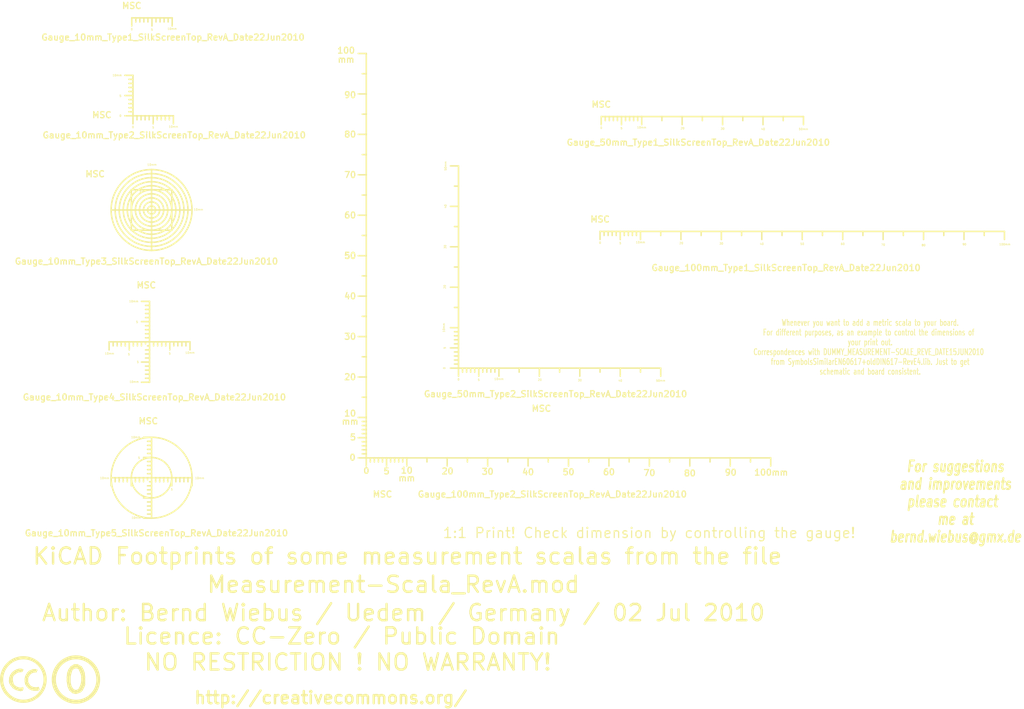
<source format=kicad_pcb>
(kicad_pcb (version 3) (host pcbnew "(2013-03-30 BZR 4007)-stable")

  (general
    (links 0)
    (no_connects 0)
    (area -15.40696 -31.671484 265.544301 197.6694)
    (thickness 1.6002)
    (drawings 8)
    (tracks 0)
    (zones 0)
    (modules 11)
    (nets 1)
  )

  (page A4)
  (layers
    (15 Vorderseite signal)
    (0 Rückseite signal)
    (16 B.Adhes user)
    (17 F.Adhes user)
    (18 B.Paste user)
    (19 F.Paste user)
    (20 B.SilkS user)
    (21 F.SilkS user)
    (22 B.Mask user)
    (23 F.Mask user)
    (24 Dwgs.User user)
    (25 Cmts.User user)
    (26 Eco1.User user)
    (27 Eco2.User user)
    (28 Edge.Cuts user)
  )

  (setup
    (last_trace_width 0.2032)
    (trace_clearance 0.254)
    (zone_clearance 0.508)
    (zone_45_only no)
    (trace_min 0.2032)
    (segment_width 0.381)
    (edge_width 0.381)
    (via_size 0.889)
    (via_drill 0.635)
    (via_min_size 0.889)
    (via_min_drill 0.508)
    (uvia_size 0.508)
    (uvia_drill 0.127)
    (uvias_allowed no)
    (uvia_min_size 0.508)
    (uvia_min_drill 0.127)
    (pcb_text_width 0.3048)
    (pcb_text_size 1.524 2.032)
    (mod_edge_width 0.381)
    (mod_text_size 1.524 1.524)
    (mod_text_width 0.3048)
    (pad_size 1.524 1.524)
    (pad_drill 0.8128)
    (pad_to_mask_clearance 0.254)
    (aux_axis_origin 0 0)
    (visible_elements 7FFFFFFF)
    (pcbplotparams
      (layerselection 3178497)
      (usegerberextensions true)
      (excludeedgelayer true)
      (linewidth 60)
      (plotframeref false)
      (viasonmask false)
      (mode 1)
      (useauxorigin false)
      (hpglpennumber 1)
      (hpglpenspeed 20)
      (hpglpendiameter 15)
      (hpglpenoverlay 0)
      (psnegative false)
      (psa4output false)
      (plotreference true)
      (plotvalue true)
      (plotothertext true)
      (plotinvisibletext false)
      (padsonsilk false)
      (subtractmaskfromsilk false)
      (outputformat 1)
      (mirror false)
      (drillshape 1)
      (scaleselection 1)
      (outputdirectory ""))
  )

  (net 0 "")

  (net_class Default "Dies ist die voreingestellte Netzklasse."
    (clearance 0.254)
    (trace_width 0.2032)
    (via_dia 0.889)
    (via_drill 0.635)
    (uvia_dia 0.508)
    (uvia_drill 0.127)
    (add_net "")
  )

  (module Gauge_10mm_Type1_SilkScreenTop_RevA_Date22Jun2010 (layer Vorderseite) (tedit 4DA62A6D) (tstamp 4DA62980)
    (at 49.29886 24.89962)
    (descr "Gauge, Massstab, 10mm, SilkScreenTop, Type 1,")
    (tags "Gauge, Massstab, 10mm, SilkScreenTop, Type 1,")
    (path Gauge_10mm_Type1_SilkScreenTop_RevA_Date22Jun2010)
    (fp_text reference MSC (at 0 -2.99974) (layer F.SilkS)
      (effects (font (size 1.524 1.524) (thickness 0.3048)))
    )
    (fp_text value Gauge_10mm_Type1_SilkScreenTop_RevA_Date22Jun2010 (at 10.20064 4.8006) (layer F.SilkS)
      (effects (font (size 1.524 1.524) (thickness 0.3048)))
    )
    (fp_text user 5 (at 4.99872 2.90068) (layer F.SilkS)
      (effects (font (size 0.50038 0.50038) (thickness 0.09906)))
    )
    (fp_text user 0 (at 0 2.79908) (layer F.SilkS)
      (effects (font (size 0.50038 0.50038) (thickness 0.09906)))
    )
    (fp_text user 10mm (at 9.99998 2.70002) (layer F.SilkS)
      (effects (font (size 0.50038 0.50038) (thickness 0.09906)))
    )
    (fp_line (start 8.99922 0) (end 8.99922 1.00076) (layer F.SilkS) (width 0.381))
    (fp_line (start 8.001 0) (end 8.001 1.00076) (layer F.SilkS) (width 0.381))
    (fp_line (start 7.00024 0) (end 7.00024 1.00076) (layer F.SilkS) (width 0.381))
    (fp_line (start 5.99948 0) (end 5.99948 1.00076) (layer F.SilkS) (width 0.381))
    (fp_line (start 4.0005 0) (end 4.0005 1.00076) (layer F.SilkS) (width 0.381))
    (fp_line (start 2.99974 0) (end 2.99974 1.00076) (layer F.SilkS) (width 0.381))
    (fp_line (start 1.99898 0) (end 1.99898 1.00076) (layer F.SilkS) (width 0.381))
    (fp_line (start 1.00076 0) (end 1.00076 1.00076) (layer F.SilkS) (width 0.381))
    (fp_line (start 5.00126 0) (end 5.00126 1.99898) (layer F.SilkS) (width 0.381))
    (fp_line (start 0 0) (end 0 1.99898) (layer F.SilkS) (width 0.381))
    (fp_line (start 0 0) (end 9.99998 0) (layer F.SilkS) (width 0.381))
    (fp_line (start 9.99998 0) (end 9.99998 1.99898) (layer F.SilkS) (width 0.381))
  )

  (module Gauge_10mm_Type2_SilkScreenTop_RevA_Date22Jun2010 (layer Vorderseite) (tedit 4DA62A7D) (tstamp 4DA6298A)
    (at 49.60112 49.10074)
    (descr "Gauge, Massstab, 10mm, SilkScreenTop, Type 2,")
    (tags "Gauge, Massstab, 10mm, SilkScreenTop, Type 2,")
    (path Gauge_10mm_Type2_SilkScreenTop_RevA_Date22Jun2010)
    (fp_text reference MSC (at -7.69874 -0.20066) (layer F.SilkS)
      (effects (font (size 1.524 1.524) (thickness 0.3048)))
    )
    (fp_text value Gauge_10mm_Type2_SilkScreenTop_RevA_Date22Jun2010 (at 10.20064 4.8006) (layer F.SilkS)
      (effects (font (size 1.524 1.524) (thickness 0.3048)))
    )
    (fp_text user 10mm (at -3.90144 -9.99998) (layer F.SilkS)
      (effects (font (size 0.50038 0.50038) (thickness 0.09906)))
    )
    (fp_text user 5 (at -3.10134 -4.89966) (layer F.SilkS)
      (effects (font (size 0.50038 0.50038) (thickness 0.09906)))
    )
    (fp_text user 0 (at -3.10134 0) (layer F.SilkS)
      (effects (font (size 0.50038 0.50038) (thickness 0.09906)))
    )
    (fp_line (start 0 -8.99922) (end -1.00076 -8.99922) (layer F.SilkS) (width 0.381))
    (fp_line (start 0 -8.001) (end -1.00076 -8.001) (layer F.SilkS) (width 0.381))
    (fp_line (start 0 -7.00024) (end -1.00076 -7.00024) (layer F.SilkS) (width 0.381))
    (fp_line (start 0 -5.99948) (end -1.00076 -5.99948) (layer F.SilkS) (width 0.381))
    (fp_line (start 0 -4.0005) (end -1.00076 -4.0005) (layer F.SilkS) (width 0.381))
    (fp_line (start 0 -2.99974) (end -1.00076 -2.99974) (layer F.SilkS) (width 0.381))
    (fp_line (start 0 -1.99898) (end -1.00076 -1.99898) (layer F.SilkS) (width 0.381))
    (fp_line (start 0 -1.00076) (end -1.00076 -1.00076) (layer F.SilkS) (width 0.381))
    (fp_line (start 0 -5.00126) (end -1.99898 -5.00126) (layer F.SilkS) (width 0.381))
    (fp_line (start 0 0) (end -1.99898 0) (layer F.SilkS) (width 0.381))
    (fp_line (start 0 -9.99998) (end -1.99898 -9.99998) (layer F.SilkS) (width 0.381))
    (fp_line (start 0 0) (end 0 -9.99998) (layer F.SilkS) (width 0.381))
    (fp_text user 5 (at 4.99872 2.90068) (layer F.SilkS)
      (effects (font (size 0.50038 0.50038) (thickness 0.09906)))
    )
    (fp_text user 0 (at 0 2.79908) (layer F.SilkS)
      (effects (font (size 0.50038 0.50038) (thickness 0.09906)))
    )
    (fp_text user 10mm (at 9.99998 2.70002) (layer F.SilkS)
      (effects (font (size 0.50038 0.50038) (thickness 0.09906)))
    )
    (fp_line (start 8.99922 0) (end 8.99922 1.00076) (layer F.SilkS) (width 0.381))
    (fp_line (start 8.001 0) (end 8.001 1.00076) (layer F.SilkS) (width 0.381))
    (fp_line (start 7.00024 0) (end 7.00024 1.00076) (layer F.SilkS) (width 0.381))
    (fp_line (start 5.99948 0) (end 5.99948 1.00076) (layer F.SilkS) (width 0.381))
    (fp_line (start 4.0005 0) (end 4.0005 1.00076) (layer F.SilkS) (width 0.381))
    (fp_line (start 2.99974 0) (end 2.99974 1.00076) (layer F.SilkS) (width 0.381))
    (fp_line (start 1.99898 0) (end 1.99898 1.00076) (layer F.SilkS) (width 0.381))
    (fp_line (start 1.00076 0) (end 1.00076 1.00076) (layer F.SilkS) (width 0.381))
    (fp_line (start 5.00126 0) (end 5.00126 1.99898) (layer F.SilkS) (width 0.381))
    (fp_line (start 0 0) (end 0 1.99898) (layer F.SilkS) (width 0.381))
    (fp_line (start 0 0) (end 9.99998 0) (layer F.SilkS) (width 0.381))
    (fp_line (start 9.99998 0) (end 9.99998 1.99898) (layer F.SilkS) (width 0.381))
  )

  (module Gauge_10mm_Type3_SilkScreenTop_RevA_Date22Jun2010 (layer Vorderseite) (tedit 4DA62A8B) (tstamp 4DA62995)
    (at 54.20106 72.40016)
    (descr "Gauge, Massstab, 10mm, SilkScreenTop, Type 3,")
    (tags "Gauge, Massstab, 10mm, SilkScreenTop, Type 3,")
    (path Gauge_10mm_Type3_SilkScreenTop_RevA_Date22Jun2010)
    (fp_text reference MSC (at -13.97 -8.89) (layer F.SilkS)
      (effects (font (size 1.524 1.524) (thickness 0.3048)))
    )
    (fp_text value Gauge_10mm_Type3_SilkScreenTop_RevA_Date22Jun2010 (at -1.27 12.7) (layer F.SilkS)
      (effects (font (size 1.524 1.524) (thickness 0.3048)))
    )
    (fp_line (start 5.00126 0) (end 5.00126 5.00126) (layer F.SilkS) (width 0.381))
    (fp_line (start 5.00126 5.00126) (end 0 5.00126) (layer F.SilkS) (width 0.381))
    (fp_line (start 0 5.00126) (end -5.00126 5.00126) (layer F.SilkS) (width 0.381))
    (fp_line (start -5.00126 5.00126) (end -5.00126 0) (layer F.SilkS) (width 0.381))
    (fp_line (start 0 -5.00126) (end 5.00126 -5.00126) (layer F.SilkS) (width 0.381))
    (fp_line (start 5.00126 -5.00126) (end 5.00126 0) (layer F.SilkS) (width 0.381))
    (fp_line (start 0 -5.00126) (end -5.00126 -5.00126) (layer F.SilkS) (width 0.381))
    (fp_line (start -5.00126 -5.00126) (end -5.00126 0) (layer F.SilkS) (width 0.381))
    (fp_line (start 0 1.99898) (end 0 9.99998) (layer F.SilkS) (width 0.381))
    (fp_line (start -1.99898 0) (end -9.99998 0) (layer F.SilkS) (width 0.381))
    (fp_circle (center 0 0) (end 0 -1.00076) (layer F.SilkS) (width 0.381))
    (fp_circle (center 0 0) (end 0 -1.99898) (layer F.SilkS) (width 0.381))
    (fp_circle (center 0 0) (end 0 -2.99974) (layer F.SilkS) (width 0.381))
    (fp_circle (center 0 0) (end 0 -4.0005) (layer F.SilkS) (width 0.381))
    (fp_circle (center 0 0) (end 0 -5.99948) (layer F.SilkS) (width 0.381))
    (fp_circle (center 0 0) (end 0 -7.00024) (layer F.SilkS) (width 0.381))
    (fp_circle (center 0 0) (end 0 -8.001) (layer F.SilkS) (width 0.381))
    (fp_circle (center 0 0) (end 0 -8.99922) (layer F.SilkS) (width 0.381))
    (fp_circle (center 0 0) (end 5.00126 0) (layer F.SilkS) (width 0.381))
    (fp_circle (center 0 0) (end 9.99998 0) (layer F.SilkS) (width 0.381))
    (fp_text user 10mm (at 0.09906 -11.19886) (layer F.SilkS)
      (effects (font (size 0.50038 0.50038) (thickness 0.09906)))
    )
    (fp_text user 5 (at -2.79908 -4.699) (layer F.SilkS)
      (effects (font (size 0.50038 0.50038) (thickness 0.09906)))
    )
    (fp_line (start 0 0) (end -1.99898 0) (layer F.SilkS) (width 0.381))
    (fp_line (start 0 0) (end 0 -9.99998) (layer F.SilkS) (width 0.381))
    (fp_text user 10mm (at 11.60018 -0.09906) (layer F.SilkS)
      (effects (font (size 0.50038 0.50038) (thickness 0.09906)))
    )
    (fp_line (start 0 0) (end 0 1.99898) (layer F.SilkS) (width 0.381))
    (fp_line (start 0 0) (end 9.99998 0) (layer F.SilkS) (width 0.381))
  )

  (module Gauge_10mm_Type4_SilkScreenTop_RevA_Date22Jun2010 (layer Vorderseite) (tedit 4DA62A9D) (tstamp 4DA629A0)
    (at 53.70068 105.00106)
    (descr "Gauge, Massstab, 10mm, SilkScreenTop, Type 4,")
    (tags "Gauge, Massstab, 10mm, SilkScreenTop, Type 4,")
    (path Gauge_10mm_Type4_SilkScreenTop_RevA_Date22Jun2010)
    (fp_text reference MSC (at -0.8001 -14.00048) (layer F.SilkS)
      (effects (font (size 1.524 1.524) (thickness 0.3048)))
    )
    (fp_text value Gauge_10mm_Type4_SilkScreenTop_RevA_Date22Jun2010 (at 1.19888 13.70076) (layer F.SilkS)
      (effects (font (size 1.524 1.524) (thickness 0.3048)))
    )
    (fp_text user 10mm (at -9.89838 2.90068) (layer F.SilkS)
      (effects (font (size 0.50038 0.50038) (thickness 0.09906)))
    )
    (fp_text user 10mm (at -3.79984 9.90092) (layer F.SilkS)
      (effects (font (size 0.50038 0.50038) (thickness 0.09906)))
    )
    (fp_text user 5 (at -5.10032 3.0988) (layer F.SilkS)
      (effects (font (size 0.50038 0.50038) (thickness 0.09906)))
    )
    (fp_text user 5 (at -2.90068 4.99872) (layer F.SilkS)
      (effects (font (size 0.50038 0.50038) (thickness 0.09906)))
    )
    (fp_line (start 0 8.99922) (end -1.00076 8.99922) (layer F.SilkS) (width 0.381))
    (fp_line (start 0 8.001) (end -1.00076 8.001) (layer F.SilkS) (width 0.381))
    (fp_line (start 0 7.00024) (end -1.00076 7.00024) (layer F.SilkS) (width 0.381))
    (fp_line (start 0 5.99948) (end -1.00076 5.99948) (layer F.SilkS) (width 0.381))
    (fp_line (start 0 4.0005) (end -1.00076 4.0005) (layer F.SilkS) (width 0.381))
    (fp_line (start 0 2.99974) (end -1.00076 2.99974) (layer F.SilkS) (width 0.381))
    (fp_line (start 0 1.99898) (end -1.00076 1.99898) (layer F.SilkS) (width 0.381))
    (fp_line (start -1.00076 0) (end -1.00076 0.50038) (layer F.SilkS) (width 0.381))
    (fp_line (start 0 1.00076) (end -0.50038 1.00076) (layer F.SilkS) (width 0.381))
    (fp_line (start 0 5.00126) (end -1.99898 5.00126) (layer F.SilkS) (width 0.381))
    (fp_line (start 0 1.99898) (end 0 9.99998) (layer F.SilkS) (width 0.381))
    (fp_line (start 0 9.99998) (end -1.99898 9.99998) (layer F.SilkS) (width 0.381))
    (fp_line (start -8.99922 0) (end -8.99922 1.00076) (layer F.SilkS) (width 0.381))
    (fp_line (start -8.001 0) (end -8.001 1.00076) (layer F.SilkS) (width 0.381))
    (fp_line (start -7.00024 0) (end -7.00024 1.00076) (layer F.SilkS) (width 0.381))
    (fp_line (start -5.99948 0) (end -5.99948 1.00076) (layer F.SilkS) (width 0.381))
    (fp_line (start -4.0005 0) (end -4.0005 1.00076) (layer F.SilkS) (width 0.381))
    (fp_line (start -2.99974 0) (end -2.99974 1.00076) (layer F.SilkS) (width 0.381))
    (fp_line (start -1.99898 0) (end -1.99898 1.00076) (layer F.SilkS) (width 0.381))
    (fp_line (start -5.00126 0) (end -5.00126 1.99898) (layer F.SilkS) (width 0.381))
    (fp_line (start -9.99998 0) (end -9.99998 1.99898) (layer F.SilkS) (width 0.381))
    (fp_line (start 0 0) (end -9.99998 0) (layer F.SilkS) (width 0.381))
    (fp_text user 10mm (at -3.90144 -9.99998) (layer F.SilkS)
      (effects (font (size 0.50038 0.50038) (thickness 0.09906)))
    )
    (fp_text user 5 (at -3.10134 -4.89966) (layer F.SilkS)
      (effects (font (size 0.50038 0.50038) (thickness 0.09906)))
    )
    (fp_line (start 0 -8.99922) (end -1.00076 -8.99922) (layer F.SilkS) (width 0.381))
    (fp_line (start 0 -8.001) (end -1.00076 -8.001) (layer F.SilkS) (width 0.381))
    (fp_line (start 0 -7.00024) (end -1.00076 -7.00024) (layer F.SilkS) (width 0.381))
    (fp_line (start 0 -5.99948) (end -1.00076 -5.99948) (layer F.SilkS) (width 0.381))
    (fp_line (start 0 -4.0005) (end -1.00076 -4.0005) (layer F.SilkS) (width 0.381))
    (fp_line (start 0 -2.99974) (end -1.00076 -2.99974) (layer F.SilkS) (width 0.381))
    (fp_line (start 0 -1.99898) (end -1.00076 -1.99898) (layer F.SilkS) (width 0.381))
    (fp_line (start 0 -1.00076) (end -1.00076 -1.00076) (layer F.SilkS) (width 0.381))
    (fp_line (start 0 -5.00126) (end -1.99898 -5.00126) (layer F.SilkS) (width 0.381))
    (fp_line (start 0 -9.99998) (end -1.99898 -9.99998) (layer F.SilkS) (width 0.381))
    (fp_line (start 0 0) (end 0 -9.99998) (layer F.SilkS) (width 0.381))
    (fp_text user 5 (at 4.99872 2.90068) (layer F.SilkS)
      (effects (font (size 0.50038 0.50038) (thickness 0.09906)))
    )
    (fp_text user 10mm (at 9.99998 2.70002) (layer F.SilkS)
      (effects (font (size 0.50038 0.50038) (thickness 0.09906)))
    )
    (fp_line (start 8.99922 0) (end 8.99922 1.00076) (layer F.SilkS) (width 0.381))
    (fp_line (start 8.001 0) (end 8.001 1.00076) (layer F.SilkS) (width 0.381))
    (fp_line (start 7.00024 0) (end 7.00024 1.00076) (layer F.SilkS) (width 0.381))
    (fp_line (start 5.99948 0) (end 5.99948 1.00076) (layer F.SilkS) (width 0.381))
    (fp_line (start 4.0005 0) (end 4.0005 1.00076) (layer F.SilkS) (width 0.381))
    (fp_line (start 2.99974 0) (end 2.99974 1.00076) (layer F.SilkS) (width 0.381))
    (fp_line (start 1.99898 0) (end 1.99898 1.00076) (layer F.SilkS) (width 0.381))
    (fp_line (start 1.00076 0) (end 1.00076 1.00076) (layer F.SilkS) (width 0.381))
    (fp_line (start 5.00126 0) (end 5.00126 1.99898) (layer F.SilkS) (width 0.381))
    (fp_line (start 0 0) (end 0 1.99898) (layer F.SilkS) (width 0.381))
    (fp_line (start 0 0) (end 9.99998 0) (layer F.SilkS) (width 0.381))
    (fp_line (start 9.99998 0) (end 9.99998 1.99898) (layer F.SilkS) (width 0.381))
  )

  (module Gauge_10mm_Type5_SilkScreenTop_RevA_Date22Jun2010 (layer Vorderseite) (tedit 4DA62AB2) (tstamp 4DA629AD)
    (at 54.20106 138.60018)
    (descr "Gauge, Massstab, 10mm, SilkScreenTop, Type 5,")
    (tags "Gauge, Massstab, 10mm, SilkScreenTop, Type 5,")
    (path Gauge_10mm_Type5_SilkScreenTop_RevA_Date22Jun2010)
    (fp_text reference MSC (at -0.8001 -14.00048) (layer F.SilkS)
      (effects (font (size 1.524 1.524) (thickness 0.3048)))
    )
    (fp_text value Gauge_10mm_Type5_SilkScreenTop_RevA_Date22Jun2010 (at 1.19888 13.70076) (layer F.SilkS)
      (effects (font (size 1.524 1.524) (thickness 0.3048)))
    )
    (fp_circle (center 0 0) (end 5.00126 0) (layer F.SilkS) (width 0.381))
    (fp_circle (center 0 0) (end 9.99998 0) (layer F.SilkS) (width 0.381))
    (fp_text user 10mm (at -11.60018 0.09906) (layer F.SilkS)
      (effects (font (size 0.50038 0.50038) (thickness 0.09906)))
    )
    (fp_text user 10mm (at -3.79984 9.90092) (layer F.SilkS)
      (effects (font (size 0.50038 0.50038) (thickness 0.09906)))
    )
    (fp_line (start 0 8.99922) (end -1.00076 8.99922) (layer F.SilkS) (width 0.381))
    (fp_line (start 0 8.001) (end -1.00076 8.001) (layer F.SilkS) (width 0.381))
    (fp_line (start 0 7.00024) (end -1.00076 7.00024) (layer F.SilkS) (width 0.381))
    (fp_line (start 0 5.99948) (end -1.00076 5.99948) (layer F.SilkS) (width 0.381))
    (fp_line (start 0 4.0005) (end -1.00076 4.0005) (layer F.SilkS) (width 0.381))
    (fp_line (start 0 2.99974) (end -1.00076 2.99974) (layer F.SilkS) (width 0.381))
    (fp_line (start 0 1.99898) (end -1.00076 1.99898) (layer F.SilkS) (width 0.381))
    (fp_line (start -1.00076 0) (end -1.00076 0.50038) (layer F.SilkS) (width 0.381))
    (fp_line (start 0 1.00076) (end -0.50038 1.00076) (layer F.SilkS) (width 0.381))
    (fp_line (start 0 5.00126) (end -1.99898 5.00126) (layer F.SilkS) (width 0.381))
    (fp_line (start 0 1.99898) (end 0 9.99998) (layer F.SilkS) (width 0.381))
    (fp_line (start 0 9.99998) (end -1.99898 9.99998) (layer F.SilkS) (width 0.381))
    (fp_line (start -8.99922 0) (end -8.99922 1.00076) (layer F.SilkS) (width 0.381))
    (fp_line (start -8.001 0) (end -8.001 1.00076) (layer F.SilkS) (width 0.381))
    (fp_line (start -7.00024 0) (end -7.00024 1.00076) (layer F.SilkS) (width 0.381))
    (fp_line (start -5.99948 0) (end -5.99948 1.00076) (layer F.SilkS) (width 0.381))
    (fp_line (start -4.0005 0) (end -4.0005 1.00076) (layer F.SilkS) (width 0.381))
    (fp_line (start -2.99974 0) (end -2.99974 1.00076) (layer F.SilkS) (width 0.381))
    (fp_line (start -1.99898 0) (end -1.99898 1.00076) (layer F.SilkS) (width 0.381))
    (fp_line (start -5.00126 0) (end -5.00126 1.99898) (layer F.SilkS) (width 0.381))
    (fp_line (start -9.99998 0) (end -9.99998 1.99898) (layer F.SilkS) (width 0.381))
    (fp_line (start 0 0) (end -9.99998 0) (layer F.SilkS) (width 0.381))
    (fp_text user 10mm (at -3.90144 -9.99998) (layer F.SilkS)
      (effects (font (size 0.50038 0.50038) (thickness 0.09906)))
    )
    (fp_text user 5 (at -3.10134 -4.89966) (layer F.SilkS)
      (effects (font (size 0.50038 0.50038) (thickness 0.09906)))
    )
    (fp_line (start 0 -8.99922) (end -1.00076 -8.99922) (layer F.SilkS) (width 0.381))
    (fp_line (start 0 -8.001) (end -1.00076 -8.001) (layer F.SilkS) (width 0.381))
    (fp_line (start 0 -7.00024) (end -1.00076 -7.00024) (layer F.SilkS) (width 0.381))
    (fp_line (start 0 -5.99948) (end -1.00076 -5.99948) (layer F.SilkS) (width 0.381))
    (fp_line (start 0 -4.0005) (end -1.00076 -4.0005) (layer F.SilkS) (width 0.381))
    (fp_line (start 0 -2.99974) (end -1.00076 -2.99974) (layer F.SilkS) (width 0.381))
    (fp_line (start 0 -1.99898) (end -1.00076 -1.99898) (layer F.SilkS) (width 0.381))
    (fp_line (start 0 -1.00076) (end -1.00076 -1.00076) (layer F.SilkS) (width 0.381))
    (fp_line (start 0 -5.00126) (end -1.99898 -5.00126) (layer F.SilkS) (width 0.381))
    (fp_line (start 0 -9.99998) (end -1.99898 -9.99998) (layer F.SilkS) (width 0.381))
    (fp_line (start 0 0) (end 0 -9.99998) (layer F.SilkS) (width 0.381))
    (fp_text user 5 (at 4.99872 2.90068) (layer F.SilkS)
      (effects (font (size 0.50038 0.50038) (thickness 0.09906)))
    )
    (fp_text user 10mm (at 11.8999 0.09906) (layer F.SilkS)
      (effects (font (size 0.50038 0.50038) (thickness 0.09906)))
    )
    (fp_line (start 8.99922 0) (end 8.99922 1.00076) (layer F.SilkS) (width 0.381))
    (fp_line (start 8.001 0) (end 8.001 1.00076) (layer F.SilkS) (width 0.381))
    (fp_line (start 7.00024 0) (end 7.00024 1.00076) (layer F.SilkS) (width 0.381))
    (fp_line (start 5.99948 0) (end 5.99948 1.00076) (layer F.SilkS) (width 0.381))
    (fp_line (start 4.0005 0) (end 4.0005 1.00076) (layer F.SilkS) (width 0.381))
    (fp_line (start 2.99974 0) (end 2.99974 1.00076) (layer F.SilkS) (width 0.381))
    (fp_line (start 1.99898 0) (end 1.99898 1.00076) (layer F.SilkS) (width 0.381))
    (fp_line (start 1.00076 0) (end 1.00076 1.00076) (layer F.SilkS) (width 0.381))
    (fp_line (start 5.00126 0) (end 5.00126 1.99898) (layer F.SilkS) (width 0.381))
    (fp_line (start 0 0) (end 0 1.99898) (layer F.SilkS) (width 0.381))
    (fp_line (start 0 0) (end 9.99998 0) (layer F.SilkS) (width 0.381))
    (fp_line (start 9.99998 0) (end 9.99998 1.99898) (layer F.SilkS) (width 0.381))
  )

  (module Gauge_50mm_Type1_SilkScreenTop_RevA_Date22Jun2010 (layer Vorderseite) (tedit 4DA62B02) (tstamp 4DA629CE)
    (at 165.39972 49.29886)
    (descr "Gauge, Massstab, 50mm, SilkScreenTop, Type 1,")
    (tags "Gauge, Massstab, 50mm, SilkScreenTop, Type 1,")
    (path Gauge_50mm_Type1_SilkScreenTop_RevA_Date22Jun2010)
    (fp_text reference MSC (at 0 -2.99974) (layer F.SilkS)
      (effects (font (size 1.524 1.524) (thickness 0.3048)))
    )
    (fp_text value Gauge_50mm_Type1_SilkScreenTop_RevA_Date22Jun2010 (at 24.00046 6.4008) (layer F.SilkS)
      (effects (font (size 1.524 1.524) (thickness 0.3048)))
    )
    (fp_line (start 9.99998 0) (end 49.9999 0) (layer F.SilkS) (width 0.381))
    (fp_text user 50mm (at 49.9999 3.10134) (layer F.SilkS)
      (effects (font (size 0.50038 0.50038) (thickness 0.09906)))
    )
    (fp_text user 40 (at 39.99992 3.10134) (layer F.SilkS)
      (effects (font (size 0.50038 0.50038) (thickness 0.09906)))
    )
    (fp_text user 30 (at 29.99994 2.99974) (layer F.SilkS)
      (effects (font (size 0.50038 0.50038) (thickness 0.09906)))
    )
    (fp_text user 20 (at 20.09902 2.90068) (layer F.SilkS)
      (effects (font (size 0.50038 0.50038) (thickness 0.09906)))
    )
    (fp_line (start 49.9999 0) (end 49.9999 1.99898) (layer F.SilkS) (width 0.381))
    (fp_line (start 45.00118 0) (end 45.00118 1.00076) (layer F.SilkS) (width 0.381))
    (fp_line (start 39.99992 0) (end 39.99992 1.99898) (layer F.SilkS) (width 0.381))
    (fp_line (start 35.0012 0) (end 35.0012 1.00076) (layer F.SilkS) (width 0.381))
    (fp_line (start 29.99994 0) (end 29.99994 1.99898) (layer F.SilkS) (width 0.381))
    (fp_line (start 25.00122 0) (end 25.00122 1.00076) (layer F.SilkS) (width 0.381))
    (fp_line (start 19.99996 0) (end 19.99996 1.99898) (layer F.SilkS) (width 0.381))
    (fp_line (start 15.00124 0) (end 15.00124 1.00076) (layer F.SilkS) (width 0.381))
    (fp_text user 5 (at 4.99872 2.90068) (layer F.SilkS)
      (effects (font (size 0.50038 0.50038) (thickness 0.09906)))
    )
    (fp_text user 0 (at 0 2.79908) (layer F.SilkS)
      (effects (font (size 0.50038 0.50038) (thickness 0.09906)))
    )
    (fp_text user 10mm (at 9.99998 2.70002) (layer F.SilkS)
      (effects (font (size 0.50038 0.50038) (thickness 0.09906)))
    )
    (fp_line (start 8.99922 0) (end 8.99922 1.00076) (layer F.SilkS) (width 0.381))
    (fp_line (start 8.001 0) (end 8.001 1.00076) (layer F.SilkS) (width 0.381))
    (fp_line (start 7.00024 0) (end 7.00024 1.00076) (layer F.SilkS) (width 0.381))
    (fp_line (start 5.99948 0) (end 5.99948 1.00076) (layer F.SilkS) (width 0.381))
    (fp_line (start 4.0005 0) (end 4.0005 1.00076) (layer F.SilkS) (width 0.381))
    (fp_line (start 2.99974 0) (end 2.99974 1.00076) (layer F.SilkS) (width 0.381))
    (fp_line (start 1.99898 0) (end 1.99898 1.00076) (layer F.SilkS) (width 0.381))
    (fp_line (start 1.00076 0) (end 1.00076 1.00076) (layer F.SilkS) (width 0.381))
    (fp_line (start 5.00126 0) (end 5.00126 1.99898) (layer F.SilkS) (width 0.381))
    (fp_line (start 0 0) (end 0 1.99898) (layer F.SilkS) (width 0.381))
    (fp_line (start 0 0) (end 9.99998 0) (layer F.SilkS) (width 0.381))
    (fp_line (start 9.99998 0) (end 9.99998 1.99898) (layer F.SilkS) (width 0.381))
  )

  (module Gauge_50mm_Type2_SilkScreenTop_RevA_Date22Jun2010 (layer Vorderseite) (tedit 4DA62AD9) (tstamp 4DA629DB)
    (at 130.0988 111.50092)
    (descr "Gauge, Massstab, 50mm, SilkScreenTop, Type 2,")
    (tags "Gauge, Massstab, 50mm, SilkScreenTop, Type 2,")
    (path Gauge_50mm_Type2_SilkScreenTop_RevA_Date22Jun2010)
    (fp_text reference MSC (at 20.50034 9.99998) (layer F.SilkS)
      (effects (font (size 1.524 1.524) (thickness 0.3048)))
    )
    (fp_text value Gauge_50mm_Type2_SilkScreenTop_RevA_Date22Jun2010 (at 24.00046 6.4008) (layer F.SilkS)
      (effects (font (size 1.524 1.524) (thickness 0.3048)))
    )
    (fp_text user 10mm (at -3.59918 -10.00252 90) (layer F.SilkS)
      (effects (font (size 0.50038 0.50038) (thickness 0.09906)))
    )
    (fp_text user 0 (at -3.50012 -0.00254 90) (layer F.SilkS)
      (effects (font (size 0.50038 0.50038) (thickness 0.09906)))
    )
    (fp_text user 5 (at -3.39852 -5.00126 90) (layer F.SilkS)
      (effects (font (size 0.50038 0.50038) (thickness 0.09906)))
    )
    (fp_text user 20 (at -3.39852 -20.10156 90) (layer F.SilkS)
      (effects (font (size 0.50038 0.50038) (thickness 0.09906)))
    )
    (fp_text user 30 (at -3.29946 -30.00248 90) (layer F.SilkS)
      (effects (font (size 0.50038 0.50038) (thickness 0.09906)))
    )
    (fp_text user 40 (at -3.19786 -40.00246 90) (layer F.SilkS)
      (effects (font (size 0.50038 0.50038) (thickness 0.09906)))
    )
    (fp_text user 50mm (at -3.19786 -50.00244 90) (layer F.SilkS)
      (effects (font (size 0.50038 0.50038) (thickness 0.09906)))
    )
    (fp_line (start 0 -45.00118) (end -1.00076 -45.00118) (layer F.SilkS) (width 0.381))
    (fp_line (start 0 -39.99992) (end -1.99898 -39.99992) (layer F.SilkS) (width 0.381))
    (fp_line (start 0 -35.0012) (end -1.00076 -35.0012) (layer F.SilkS) (width 0.381))
    (fp_line (start 0 -29.99994) (end -1.99898 -29.99994) (layer F.SilkS) (width 0.381))
    (fp_line (start 0 -25.00122) (end -1.00076 -25.00122) (layer F.SilkS) (width 0.381))
    (fp_line (start 0 -19.99996) (end -1.99898 -19.99996) (layer F.SilkS) (width 0.381))
    (fp_line (start 0 -15.00124) (end -1.00076 -15.00124) (layer F.SilkS) (width 0.381))
    (fp_line (start 0 -8.99922) (end -1.00076 -8.99922) (layer F.SilkS) (width 0.381))
    (fp_line (start 0 -8.001) (end -1.00076 -8.001) (layer F.SilkS) (width 0.381))
    (fp_line (start 0 -7.00024) (end -1.00076 -7.00024) (layer F.SilkS) (width 0.381))
    (fp_line (start 0 -5.99948) (end -1.00076 -5.99948) (layer F.SilkS) (width 0.381))
    (fp_line (start 0 -9.99998) (end -1.99898 -9.99998) (layer F.SilkS) (width 0.381))
    (fp_line (start 0 -4.0005) (end -1.00076 -4.0005) (layer F.SilkS) (width 0.381))
    (fp_line (start 0 -2.99974) (end -1.00076 -2.99974) (layer F.SilkS) (width 0.381))
    (fp_line (start 0 -1.99898) (end -1.00076 -1.99898) (layer F.SilkS) (width 0.381))
    (fp_line (start 0 -1.00076) (end -1.00076 -1.00076) (layer F.SilkS) (width 0.381))
    (fp_line (start 0 -5.00126) (end -1.99898 -5.00126) (layer F.SilkS) (width 0.381))
    (fp_line (start 0 0) (end -1.99898 0) (layer F.SilkS) (width 0.381))
    (fp_line (start 0 -49.9999) (end -1.99898 -49.9999) (layer F.SilkS) (width 0.381))
    (fp_line (start 0 0) (end 0 -49.9999) (layer F.SilkS) (width 0.381))
    (fp_line (start 9.99998 0) (end 49.9999 0) (layer F.SilkS) (width 0.381))
    (fp_text user 50mm (at 49.9999 3.10134) (layer F.SilkS)
      (effects (font (size 0.50038 0.50038) (thickness 0.09906)))
    )
    (fp_text user 40 (at 39.99992 3.10134) (layer F.SilkS)
      (effects (font (size 0.50038 0.50038) (thickness 0.09906)))
    )
    (fp_text user 30 (at 29.99994 2.99974) (layer F.SilkS)
      (effects (font (size 0.50038 0.50038) (thickness 0.09906)))
    )
    (fp_text user 20 (at 20.09902 2.90068) (layer F.SilkS)
      (effects (font (size 0.50038 0.50038) (thickness 0.09906)))
    )
    (fp_line (start 49.9999 0) (end 49.9999 1.99898) (layer F.SilkS) (width 0.381))
    (fp_line (start 45.00118 0) (end 45.00118 1.00076) (layer F.SilkS) (width 0.381))
    (fp_line (start 39.99992 0) (end 39.99992 1.99898) (layer F.SilkS) (width 0.381))
    (fp_line (start 35.0012 0) (end 35.0012 1.00076) (layer F.SilkS) (width 0.381))
    (fp_line (start 29.99994 0) (end 29.99994 1.99898) (layer F.SilkS) (width 0.381))
    (fp_line (start 25.00122 0) (end 25.00122 1.00076) (layer F.SilkS) (width 0.381))
    (fp_line (start 19.99996 0) (end 19.99996 1.99898) (layer F.SilkS) (width 0.381))
    (fp_line (start 15.00124 0) (end 15.00124 1.00076) (layer F.SilkS) (width 0.381))
    (fp_text user 5 (at 4.99872 2.90068) (layer F.SilkS)
      (effects (font (size 0.50038 0.50038) (thickness 0.09906)))
    )
    (fp_text user 0 (at 0 2.79908) (layer F.SilkS)
      (effects (font (size 0.50038 0.50038) (thickness 0.09906)))
    )
    (fp_text user 10mm (at 9.99998 2.70002) (layer F.SilkS)
      (effects (font (size 0.50038 0.50038) (thickness 0.09906)))
    )
    (fp_line (start 8.99922 0) (end 8.99922 1.00076) (layer F.SilkS) (width 0.381))
    (fp_line (start 8.001 0) (end 8.001 1.00076) (layer F.SilkS) (width 0.381))
    (fp_line (start 7.00024 0) (end 7.00024 1.00076) (layer F.SilkS) (width 0.381))
    (fp_line (start 5.99948 0) (end 5.99948 1.00076) (layer F.SilkS) (width 0.381))
    (fp_line (start 4.0005 0) (end 4.0005 1.00076) (layer F.SilkS) (width 0.381))
    (fp_line (start 2.99974 0) (end 2.99974 1.00076) (layer F.SilkS) (width 0.381))
    (fp_line (start 1.99898 0) (end 1.99898 1.00076) (layer F.SilkS) (width 0.381))
    (fp_line (start 1.00076 0) (end 1.00076 1.00076) (layer F.SilkS) (width 0.381))
    (fp_line (start 5.00126 0) (end 5.00126 1.99898) (layer F.SilkS) (width 0.381))
    (fp_line (start 0 0) (end 0 1.99898) (layer F.SilkS) (width 0.381))
    (fp_line (start 0 0) (end 9.99998 0) (layer F.SilkS) (width 0.381))
    (fp_line (start 9.99998 0) (end 9.99998 1.99898) (layer F.SilkS) (width 0.381))
  )

  (module Gauge_100mm_Type1_SilkScreenTop_RevA_Date22Jun2010 (layer Vorderseite) (tedit 4DA62AEA) (tstamp 4DA62A0A)
    (at 165.1 77.70114)
    (descr "Gauge, Massstab, 100mm, SilkScreenTop, Type 1,")
    (tags "Gauge, Massstab, 100mm, SilkScreenTop, Type 1,")
    (path Gauge_100mm_Type1_SilkScreenTop_RevA_Date22Jun2010)
    (fp_text reference MSC (at 0 -2.99974) (layer F.SilkS)
      (effects (font (size 1.524 1.524) (thickness 0.3048)))
    )
    (fp_text value Gauge_100mm_Type1_SilkScreenTop_RevA_Date22Jun2010 (at 45.9994 8.99922) (layer F.SilkS)
      (effects (font (size 1.524 1.524) (thickness 0.3048)))
    )
    (fp_text user 100mm (at 100.1014 3.20294) (layer F.SilkS)
      (effects (font (size 0.50038 0.50038) (thickness 0.09906)))
    )
    (fp_text user 90 (at 90.10142 3.20294) (layer F.SilkS)
      (effects (font (size 0.50038 0.50038) (thickness 0.09906)))
    )
    (fp_text user 80 (at 79.99984 3.40106) (layer F.SilkS)
      (effects (font (size 0.50038 0.50038) (thickness 0.09906)))
    )
    (fp_text user 70 (at 69.99986 3.302) (layer F.SilkS)
      (effects (font (size 0.50038 0.50038) (thickness 0.09906)))
    )
    (fp_text user 60 (at 59.99988 3.10134) (layer F.SilkS)
      (effects (font (size 0.50038 0.50038) (thickness 0.09906)))
    )
    (fp_text user 50 (at 49.9999 3.10134) (layer F.SilkS)
      (effects (font (size 0.50038 0.50038) (thickness 0.09906)))
    )
    (fp_text user 40 (at 39.99992 3.10134) (layer F.SilkS)
      (effects (font (size 0.50038 0.50038) (thickness 0.09906)))
    )
    (fp_text user 30 (at 29.99994 2.99974) (layer F.SilkS)
      (effects (font (size 0.50038 0.50038) (thickness 0.09906)))
    )
    (fp_text user 20 (at 20.09902 2.90068) (layer F.SilkS)
      (effects (font (size 0.50038 0.50038) (thickness 0.09906)))
    )
    (fp_line (start 95.00108 0) (end 95.00108 1.00076) (layer F.SilkS) (width 0.381))
    (fp_line (start 89.99982 0) (end 89.99982 1.99898) (layer F.SilkS) (width 0.381))
    (fp_line (start 85.0011 0) (end 85.0011 1.00076) (layer F.SilkS) (width 0.381))
    (fp_line (start 79.99984 0) (end 79.99984 1.99898) (layer F.SilkS) (width 0.381))
    (fp_line (start 75.00112 0) (end 75.00112 1.00076) (layer F.SilkS) (width 0.381))
    (fp_line (start 69.99986 0) (end 69.99986 1.99898) (layer F.SilkS) (width 0.381))
    (fp_line (start 65.00114 0) (end 65.00114 1.00076) (layer F.SilkS) (width 0.381))
    (fp_line (start 59.99988 0) (end 59.99988 1.99898) (layer F.SilkS) (width 0.381))
    (fp_line (start 55.00116 0) (end 55.00116 1.00076) (layer F.SilkS) (width 0.381))
    (fp_line (start 49.9999 0) (end 49.9999 1.99898) (layer F.SilkS) (width 0.381))
    (fp_line (start 45.00118 0) (end 45.00118 1.00076) (layer F.SilkS) (width 0.381))
    (fp_line (start 39.99992 0) (end 39.99992 1.99898) (layer F.SilkS) (width 0.381))
    (fp_line (start 35.0012 0) (end 35.0012 1.00076) (layer F.SilkS) (width 0.381))
    (fp_line (start 29.99994 0) (end 29.99994 1.99898) (layer F.SilkS) (width 0.381))
    (fp_line (start 25.00122 0) (end 25.00122 1.00076) (layer F.SilkS) (width 0.381))
    (fp_line (start 19.99996 0) (end 19.99996 1.99898) (layer F.SilkS) (width 0.381))
    (fp_line (start 15.00124 0) (end 15.00124 1.00076) (layer F.SilkS) (width 0.381))
    (fp_line (start 9.99998 0) (end 99.9998 0) (layer F.SilkS) (width 0.381))
    (fp_line (start 99.9998 0) (end 99.9998 1.99898) (layer F.SilkS) (width 0.381))
    (fp_text user 5 (at 4.99872 2.90068) (layer F.SilkS)
      (effects (font (size 0.50038 0.50038) (thickness 0.09906)))
    )
    (fp_text user 0 (at 0 2.79908) (layer F.SilkS)
      (effects (font (size 0.50038 0.50038) (thickness 0.09906)))
    )
    (fp_text user 10mm (at 9.99998 2.70002) (layer F.SilkS)
      (effects (font (size 0.50038 0.50038) (thickness 0.09906)))
    )
    (fp_line (start 8.99922 0) (end 8.99922 1.00076) (layer F.SilkS) (width 0.381))
    (fp_line (start 8.001 0) (end 8.001 1.00076) (layer F.SilkS) (width 0.381))
    (fp_line (start 7.00024 0) (end 7.00024 1.00076) (layer F.SilkS) (width 0.381))
    (fp_line (start 5.99948 0) (end 5.99948 1.00076) (layer F.SilkS) (width 0.381))
    (fp_line (start 4.0005 0) (end 4.0005 1.00076) (layer F.SilkS) (width 0.381))
    (fp_line (start 2.99974 0) (end 2.99974 1.00076) (layer F.SilkS) (width 0.381))
    (fp_line (start 1.99898 0) (end 1.99898 1.00076) (layer F.SilkS) (width 0.381))
    (fp_line (start 1.00076 0) (end 1.00076 1.00076) (layer F.SilkS) (width 0.381))
    (fp_line (start 5.00126 0) (end 5.00126 1.99898) (layer F.SilkS) (width 0.381))
    (fp_line (start 0 0) (end 0 1.99898) (layer F.SilkS) (width 0.381))
    (fp_line (start 0 0) (end 9.99998 0) (layer F.SilkS) (width 0.381))
    (fp_line (start 9.99998 0) (end 9.99998 1.99898) (layer F.SilkS) (width 0.381))
  )

  (module Gauge_100mm_Type2_SilkScreenTop_RevA_Date22Jun2010 (layer Vorderseite) (tedit 4DA62AC9) (tstamp 4DA62A15)
    (at 107.29976 133.70052)
    (descr "Gauge, Massstab, 100mm, SilkScreenTop, Type 2,")
    (tags "Gauge, Massstab, 100mm, SilkScreenTop, Type 2,")
    (path Gauge_100mm_Type2_SilkScreenTop_RevA_Date22Jun2010)
    (fp_text reference MSC (at 4.0005 8.99922) (layer F.SilkS)
      (effects (font (size 1.524 1.524) (thickness 0.3048)))
    )
    (fp_text value Gauge_100mm_Type2_SilkScreenTop_RevA_Date22Jun2010 (at 45.9994 8.99922) (layer F.SilkS)
      (effects (font (size 1.524 1.524) (thickness 0.3048)))
    )
    (fp_text user mm (at 9.99998 5.00126) (layer F.SilkS)
      (effects (font (size 1.524 1.524) (thickness 0.3048)))
    )
    (fp_text user mm (at -4.0005 -8.99922) (layer F.SilkS)
      (effects (font (size 1.524 1.524) (thickness 0.3048)))
    )
    (fp_text user mm (at -5.00126 -98.5012) (layer F.SilkS)
      (effects (font (size 1.524 1.524) (thickness 0.3048)))
    )
    (fp_text user 10 (at 10.00506 3.0988) (layer F.SilkS)
      (effects (font (size 1.50114 1.50114) (thickness 0.29972)))
    )
    (fp_text user 0 (at 0.00508 3.19786) (layer F.SilkS)
      (effects (font (size 1.39954 1.50114) (thickness 0.29972)))
    )
    (fp_text user 5 (at 5.0038 3.29946) (layer F.SilkS)
      (effects (font (size 1.50114 1.50114) (thickness 0.29972)))
    )
    (fp_text user 20 (at 20.1041 3.29946) (layer F.SilkS)
      (effects (font (size 1.50114 1.50114) (thickness 0.29972)))
    )
    (fp_text user 30 (at 30.00502 3.39852) (layer F.SilkS)
      (effects (font (size 1.50114 1.50114) (thickness 0.29972)))
    )
    (fp_text user 40 (at 40.005 3.50012) (layer F.SilkS)
      (effects (font (size 1.50114 1.50114) (thickness 0.29972)))
    )
    (fp_text user 50 (at 50.00498 3.50012) (layer F.SilkS)
      (effects (font (size 1.50114 1.50114) (thickness 0.29972)))
    )
    (fp_text user 60 (at 60.00496 3.50012) (layer F.SilkS)
      (effects (font (size 1.50114 1.50114) (thickness 0.29972)))
    )
    (fp_text user 70 (at 70.00494 3.70078) (layer F.SilkS)
      (effects (font (size 1.50114 1.50114) (thickness 0.29972)))
    )
    (fp_text user 80 (at 80.00492 3.79984) (layer F.SilkS)
      (effects (font (size 1.50114 1.50114) (thickness 0.29972)))
    )
    (fp_text user 90 (at 90.1065 3.60172) (layer F.SilkS)
      (effects (font (size 1.50114 1.50114) (thickness 0.29972)))
    )
    (fp_text user 100mm (at 100.10648 3.60172) (layer F.SilkS)
      (effects (font (size 1.50114 1.50114) (thickness 0.29972)))
    )
    (fp_line (start 0 -8.99922) (end -1.00076 -8.99922) (layer F.SilkS) (width 0.381))
    (fp_line (start 0 -8.001) (end -1.00076 -8.001) (layer F.SilkS) (width 0.381))
    (fp_line (start 0 -7.00024) (end -1.00076 -7.00024) (layer F.SilkS) (width 0.381))
    (fp_line (start 0 -5.99948) (end -1.00076 -5.99948) (layer F.SilkS) (width 0.381))
    (fp_line (start 0 -4.0005) (end -1.00076 -4.0005) (layer F.SilkS) (width 0.381))
    (fp_line (start 0 -2.99974) (end -1.00076 -2.99974) (layer F.SilkS) (width 0.381))
    (fp_line (start 0 -1.99898) (end -1.00076 -1.99898) (layer F.SilkS) (width 0.381))
    (fp_line (start 0 -1.00076) (end -1.00076 -1.00076) (layer F.SilkS) (width 0.381))
    (fp_line (start 0 0) (end -1.99898 0) (layer F.SilkS) (width 0.381))
    (fp_line (start 0 -5.00126) (end -1.99898 -5.00126) (layer F.SilkS) (width 0.381))
    (fp_line (start 0 -9.99998) (end -1.99898 -9.99998) (layer F.SilkS) (width 0.381))
    (fp_line (start 0 -15.00124) (end -1.00076 -15.00124) (layer F.SilkS) (width 0.381))
    (fp_line (start 0 -19.99996) (end -1.99898 -19.99996) (layer F.SilkS) (width 0.381))
    (fp_line (start 0 -25.00122) (end -1.00076 -25.00122) (layer F.SilkS) (width 0.381))
    (fp_line (start 0 -29.99994) (end -1.99898 -29.99994) (layer F.SilkS) (width 0.381))
    (fp_line (start 0 -35.0012) (end -1.00076 -35.0012) (layer F.SilkS) (width 0.381))
    (fp_line (start 0 -39.99992) (end -1.99898 -39.99992) (layer F.SilkS) (width 0.381))
    (fp_line (start 0 -45.00118) (end -1.00076 -45.00118) (layer F.SilkS) (width 0.381))
    (fp_line (start 0 -49.9999) (end -1.99898 -49.9999) (layer F.SilkS) (width 0.381))
    (fp_line (start 0 -55.00116) (end -1.00076 -55.00116) (layer F.SilkS) (width 0.381))
    (fp_line (start 0 -59.99988) (end -1.99898 -59.99988) (layer F.SilkS) (width 0.381))
    (fp_line (start 0 -65.00114) (end -1.00076 -65.00114) (layer F.SilkS) (width 0.381))
    (fp_line (start 0 -69.99986) (end -1.99898 -69.99986) (layer F.SilkS) (width 0.381))
    (fp_line (start 0 -75.00112) (end -1.00076 -75.00112) (layer F.SilkS) (width 0.381))
    (fp_line (start 0 -79.99984) (end -1.99898 -79.99984) (layer F.SilkS) (width 0.381))
    (fp_line (start 0 -85.0011) (end -1.00076 -85.0011) (layer F.SilkS) (width 0.381))
    (fp_line (start 0 -89.99982) (end -1.99898 -89.99982) (layer F.SilkS) (width 0.381))
    (fp_line (start 0 -95.00108) (end -1.00076 -95.00108) (layer F.SilkS) (width 0.381))
    (fp_line (start 0 0) (end 0 -99.9998) (layer F.SilkS) (width 0.381))
    (fp_line (start 0 -99.9998) (end -1.99898 -99.9998) (layer F.SilkS) (width 0.381))
    (fp_text user 100 (at -4.99872 -100.7491) (layer F.SilkS)
      (effects (font (size 1.50114 1.50114) (thickness 0.29972)))
    )
    (fp_text user 90 (at -4.0005 -89.7509) (layer F.SilkS)
      (effects (font (size 1.50114 1.50114) (thickness 0.29972)))
    )
    (fp_text user 80 (at -4.0005 -79.99984) (layer F.SilkS)
      (effects (font (size 1.50114 1.50114) (thickness 0.29972)))
    )
    (fp_text user 70 (at -4.0005 -69.99986) (layer F.SilkS)
      (effects (font (size 1.50114 1.50114) (thickness 0.29972)))
    )
    (fp_text user 60 (at -4.0005 -59.99988) (layer F.SilkS)
      (effects (font (size 1.50114 1.50114) (thickness 0.29972)))
    )
    (fp_text user 50 (at -4.0005 -49.9999) (layer F.SilkS)
      (effects (font (size 1.50114 1.50114) (thickness 0.34036)))
    )
    (fp_text user 40 (at -4.0005 -39.99992) (layer F.SilkS)
      (effects (font (size 1.50114 1.50114) (thickness 0.29972)))
    )
    (fp_text user 30 (at -4.0005 -29.99994) (layer F.SilkS)
      (effects (font (size 1.50114 1.50114) (thickness 0.29972)))
    )
    (fp_text user 20 (at -4.0005 -19.99996) (layer F.SilkS)
      (effects (font (size 1.50114 1.50114) (thickness 0.29972)))
    )
    (fp_line (start 95.00108 0) (end 95.00108 1.00076) (layer F.SilkS) (width 0.381))
    (fp_line (start 89.99982 0) (end 89.99982 1.99898) (layer F.SilkS) (width 0.381))
    (fp_line (start 85.0011 0) (end 85.0011 1.00076) (layer F.SilkS) (width 0.381))
    (fp_line (start 79.99984 0) (end 79.99984 1.99898) (layer F.SilkS) (width 0.381))
    (fp_line (start 75.00112 0) (end 75.00112 1.00076) (layer F.SilkS) (width 0.381))
    (fp_line (start 69.99986 0) (end 69.99986 1.99898) (layer F.SilkS) (width 0.381))
    (fp_line (start 65.00114 0) (end 65.00114 1.00076) (layer F.SilkS) (width 0.381))
    (fp_line (start 59.99988 0) (end 59.99988 1.99898) (layer F.SilkS) (width 0.381))
    (fp_line (start 55.00116 0) (end 55.00116 1.00076) (layer F.SilkS) (width 0.381))
    (fp_line (start 49.9999 0) (end 49.9999 1.99898) (layer F.SilkS) (width 0.381))
    (fp_line (start 45.00118 0) (end 45.00118 1.00076) (layer F.SilkS) (width 0.381))
    (fp_line (start 39.99992 0) (end 39.99992 1.99898) (layer F.SilkS) (width 0.381))
    (fp_line (start 35.0012 0) (end 35.0012 1.00076) (layer F.SilkS) (width 0.381))
    (fp_line (start 29.99994 0) (end 29.99994 1.99898) (layer F.SilkS) (width 0.381))
    (fp_line (start 25.00122 0) (end 25.00122 1.00076) (layer F.SilkS) (width 0.381))
    (fp_line (start 19.99996 0) (end 19.99996 1.99898) (layer F.SilkS) (width 0.381))
    (fp_line (start 15.00124 0) (end 15.00124 1.00076) (layer F.SilkS) (width 0.381))
    (fp_line (start 9.99998 0) (end 99.9998 0) (layer F.SilkS) (width 0.381))
    (fp_line (start 99.9998 0) (end 99.9998 1.99898) (layer F.SilkS) (width 0.381))
    (fp_text user 5 (at -3.302 -5.10286) (layer F.SilkS)
      (effects (font (size 1.50114 1.50114) (thickness 0.29972)))
    )
    (fp_text user 0 (at -3.4036 -0.10414) (layer F.SilkS)
      (effects (font (size 1.50114 1.50114) (thickness 0.29972)))
    )
    (fp_text user 10 (at -4.0005 -11.00074) (layer F.SilkS)
      (effects (font (size 1.50114 1.50114) (thickness 0.29972)))
    )
    (fp_line (start 8.99922 0) (end 8.99922 1.00076) (layer F.SilkS) (width 0.381))
    (fp_line (start 8.001 0) (end 8.001 1.00076) (layer F.SilkS) (width 0.381))
    (fp_line (start 7.00024 0) (end 7.00024 1.00076) (layer F.SilkS) (width 0.381))
    (fp_line (start 5.99948 0) (end 5.99948 1.00076) (layer F.SilkS) (width 0.381))
    (fp_line (start 4.0005 0) (end 4.0005 1.00076) (layer F.SilkS) (width 0.381))
    (fp_line (start 2.99974 0) (end 2.99974 1.00076) (layer F.SilkS) (width 0.381))
    (fp_line (start 1.99898 0) (end 1.99898 1.00076) (layer F.SilkS) (width 0.381))
    (fp_line (start 1.00076 0) (end 1.00076 1.00076) (layer F.SilkS) (width 0.381))
    (fp_line (start 5.00126 0) (end 5.00126 1.99898) (layer F.SilkS) (width 0.381))
    (fp_line (start 0 0) (end 0 1.99898) (layer F.SilkS) (width 0.381))
    (fp_line (start 0 0) (end 9.99998 0) (layer F.SilkS) (width 0.381))
    (fp_line (start 9.99998 0) (end 9.99998 1.99898) (layer F.SilkS) (width 0.381))
  )

  (module Symbol_CC-PublicDomain_SilkScreenTop_Big (layer Vorderseite) (tedit 515D641F) (tstamp 515F0B64)
    (at 35.5 188.5)
    (descr "Symbol, CC-PublicDomain, SilkScreen Top, Big,")
    (tags "Symbol, CC-PublicDomain, SilkScreen Top, Big,")
    (path Symbol_CC-Noncommercial_CopperTop_Big)
    (fp_text reference Sym (at 0.59944 -7.29996) (layer F.SilkS) hide
      (effects (font (size 1.524 1.524) (thickness 0.3048)))
    )
    (fp_text value Symbol_CC-PublicDomain_SilkScreenTop_Big (at 0.59944 8.001) (layer F.SilkS) hide
      (effects (font (size 1.524 1.524) (thickness 0.3048)))
    )
    (fp_circle (center 0 0) (end 5.8 -0.05) (layer F.SilkS) (width 0.381))
    (fp_circle (center 0 0) (end 5.5 0) (layer F.SilkS) (width 0.381))
    (fp_circle (center 0.05 0) (end 5.25 0) (layer F.SilkS) (width 0.381))
    (fp_line (start 1.1 -2.5) (end 1.4 -1.9) (layer F.SilkS) (width 0.381))
    (fp_line (start -1.8 1.2) (end -1.6 1.9) (layer F.SilkS) (width 0.381))
    (fp_line (start -1.6 1.9) (end -1.2 2.5) (layer F.SilkS) (width 0.381))
    (fp_line (start 0 -3) (end 0.75 -2.75) (layer F.SilkS) (width 0.381))
    (fp_line (start 0.75 -2.75) (end 1 -2.25) (layer F.SilkS) (width 0.381))
    (fp_line (start 1 -2.25) (end 1.5 -1) (layer F.SilkS) (width 0.381))
    (fp_line (start 1.5 -1) (end 1.5 -0.5) (layer F.SilkS) (width 0.381))
    (fp_line (start 1.5 -0.5) (end 1.5 0.5) (layer F.SilkS) (width 0.381))
    (fp_line (start 1.5 0.5) (end 1.25 1.5) (layer F.SilkS) (width 0.381))
    (fp_line (start 1.25 1.5) (end 0.75 2.5) (layer F.SilkS) (width 0.381))
    (fp_line (start 0.75 2.5) (end 0.25 2.75) (layer F.SilkS) (width 0.381))
    (fp_line (start 0.25 2.75) (end -0.25 2.75) (layer F.SilkS) (width 0.381))
    (fp_line (start -0.25 2.75) (end -0.75 2.5) (layer F.SilkS) (width 0.381))
    (fp_line (start -0.75 2.5) (end -1.25 1.75) (layer F.SilkS) (width 0.381))
    (fp_line (start -1.25 1.75) (end -1.5 0.75) (layer F.SilkS) (width 0.381))
    (fp_line (start -1.5 0.75) (end -1.5 -0.75) (layer F.SilkS) (width 0.381))
    (fp_line (start -1.5 -0.75) (end -1.25 -1.75) (layer F.SilkS) (width 0.381))
    (fp_line (start -1.25 -1.75) (end -1 -2.5) (layer F.SilkS) (width 0.381))
    (fp_line (start -1 -2.5) (end -0.3 -2.9) (layer F.SilkS) (width 0.381))
    (fp_line (start -0.3 -2.9) (end 0.2 -3) (layer F.SilkS) (width 0.381))
    (fp_line (start 0.2 -3) (end 0.8 -3) (layer F.SilkS) (width 0.381))
    (fp_line (start 0.8 -3) (end 1.4 -2.3) (layer F.SilkS) (width 0.381))
    (fp_line (start 1.4 -2.3) (end 1.6 -1.4) (layer F.SilkS) (width 0.381))
    (fp_line (start 1.6 -1.4) (end 1.7 -0.3) (layer F.SilkS) (width 0.381))
    (fp_line (start 1.7 -0.3) (end 1.7 0.9) (layer F.SilkS) (width 0.381))
    (fp_line (start 1.7 0.9) (end 1.4 1.8) (layer F.SilkS) (width 0.381))
    (fp_line (start 1.4 1.8) (end 1 2.7) (layer F.SilkS) (width 0.381))
    (fp_line (start 1 2.7) (end 0.5 3) (layer F.SilkS) (width 0.381))
    (fp_line (start 0.5 3) (end -0.4 3) (layer F.SilkS) (width 0.381))
    (fp_line (start -0.4 3) (end -1.3 2.3) (layer F.SilkS) (width 0.381))
    (fp_line (start -1.3 2.3) (end -1.7 1) (layer F.SilkS) (width 0.381))
    (fp_line (start -1.7 1) (end -1.8 -0.7) (layer F.SilkS) (width 0.381))
    (fp_line (start -1.8 -0.7) (end -1.4 -2.2) (layer F.SilkS) (width 0.381))
    (fp_line (start -1.4 -2.2) (end -1 -2.9) (layer F.SilkS) (width 0.381))
    (fp_line (start -1 -2.9) (end -0.2 -3.3) (layer F.SilkS) (width 0.381))
    (fp_line (start -0.2 -3.3) (end 0.7 -3.2) (layer F.SilkS) (width 0.381))
    (fp_line (start 0.7 -3.2) (end 1.3 -3.1) (layer F.SilkS) (width 0.381))
    (fp_line (start 1.3 -3.1) (end 1.7 -2.4) (layer F.SilkS) (width 0.381))
    (fp_line (start 1.7 -2.4) (end 2 -1.6) (layer F.SilkS) (width 0.381))
    (fp_line (start 2 -1.6) (end 2.1 -0.6) (layer F.SilkS) (width 0.381))
    (fp_line (start 2.1 -0.6) (end 2.1 0.3) (layer F.SilkS) (width 0.381))
    (fp_line (start 2.1 0.3) (end 2.1 1.3) (layer F.SilkS) (width 0.381))
    (fp_line (start 2.1 1.3) (end 1.9 1.8) (layer F.SilkS) (width 0.381))
    (fp_line (start 1.9 1.8) (end 1.5 2.6) (layer F.SilkS) (width 0.381))
    (fp_line (start 1.5 2.6) (end 1.1 3) (layer F.SilkS) (width 0.381))
    (fp_line (start 1.1 3) (end 0.4 3.3) (layer F.SilkS) (width 0.381))
    (fp_line (start 0.4 3.3) (end -0.1 3.4) (layer F.SilkS) (width 0.381))
    (fp_line (start -0.1 3.4) (end -0.8 3.2) (layer F.SilkS) (width 0.381))
    (fp_line (start -0.8 3.2) (end -1.5 2.6) (layer F.SilkS) (width 0.381))
    (fp_line (start -1.5 2.6) (end -1.9 1.7) (layer F.SilkS) (width 0.381))
    (fp_line (start -1.9 1.7) (end -2.1 0.4) (layer F.SilkS) (width 0.381))
    (fp_line (start -2.1 0.4) (end -2.1 -0.6) (layer F.SilkS) (width 0.381))
    (fp_line (start -2.1 -0.6) (end -2 -1.6) (layer F.SilkS) (width 0.381))
    (fp_line (start -2 -1.6) (end -1.7 -2.4) (layer F.SilkS) (width 0.381))
    (fp_line (start -1.7 -2.4) (end -1.2 -3.1) (layer F.SilkS) (width 0.381))
    (fp_line (start -1.2 -3.1) (end -0.4 -3.6) (layer F.SilkS) (width 0.381))
    (fp_line (start -0.4 -3.6) (end 0.4 -3.6) (layer F.SilkS) (width 0.381))
    (fp_line (start 0.4 -3.6) (end 1.1 -3.2) (layer F.SilkS) (width 0.381))
    (fp_line (start 1.1 -3.2) (end 1.1 -2.9) (layer F.SilkS) (width 0.381))
    (fp_line (start 1.1 -2.9) (end 1.8 -1.5) (layer F.SilkS) (width 0.381))
    (fp_line (start 1.8 -1.5) (end 1.8 -0.4) (layer F.SilkS) (width 0.381))
    (fp_line (start 1.8 -0.4) (end 1.8 1.1) (layer F.SilkS) (width 0.381))
    (fp_line (start 1.8 1.1) (end 1.2 2.6) (layer F.SilkS) (width 0.381))
    (fp_line (start 1.2 2.6) (end 0.2 3.2) (layer F.SilkS) (width 0.381))
    (fp_line (start 0.2 3.2) (end -0.5 3.2) (layer F.SilkS) (width 0.381))
    (fp_line (start -0.5 3.2) (end -1.1 2.7) (layer F.SilkS) (width 0.381))
    (fp_line (start -1.1 2.7) (end -1.9 0.6) (layer F.SilkS) (width 0.381))
    (fp_line (start -1.9 0.6) (end -1.7 -1.9) (layer F.SilkS) (width 0.381))
  )

  (module Symbol_CreativeCommons_SilkScreenTop_Type2_Big (layer Vorderseite) (tedit 515D640C) (tstamp 515D6AF0)
    (at 22.5 188.5)
    (descr "Symbol, Creative Commons, SilkScreen Top, Type 2, Big,")
    (tags "Symbol, Creative Commons, SilkScreen Top, Type 2, Big,")
    (path Symbol_CreativeCommons_CopperTop_Type2_Big)
    (fp_text reference Sym (at 0.59944 -7.29996) (layer F.SilkS) hide
      (effects (font (size 1.524 1.524) (thickness 0.3048)))
    )
    (fp_text value Symbol_CreativeCommons_Typ2_SilkScreenTop_Big (at 0.59944 8.001) (layer F.SilkS) hide
      (effects (font (size 1.524 1.524) (thickness 0.3048)))
    )
    (fp_line (start -0.70104 2.70002) (end -0.29972 2.60096) (layer F.SilkS) (width 0.381))
    (fp_line (start -0.29972 2.60096) (end -0.20066 2.10058) (layer F.SilkS) (width 0.381))
    (fp_line (start -2.49936 -1.69926) (end -2.70002 -1.6002) (layer F.SilkS) (width 0.381))
    (fp_line (start -2.70002 -1.6002) (end -3.0988 -1.00076) (layer F.SilkS) (width 0.381))
    (fp_line (start -3.0988 -1.00076) (end -3.29946 -0.50038) (layer F.SilkS) (width 0.381))
    (fp_line (start -3.29946 -0.50038) (end -3.40106 0.39878) (layer F.SilkS) (width 0.381))
    (fp_line (start -3.40106 0.39878) (end -3.29946 0.89916) (layer F.SilkS) (width 0.381))
    (fp_line (start -0.19812 2.4003) (end -0.29718 2.59842) (layer F.SilkS) (width 0.381))
    (fp_line (start 3.70078 2.10058) (end 3.79984 2.4003) (layer F.SilkS) (width 0.381))
    (fp_line (start 2.99974 -2.4003) (end 3.29946 -2.30124) (layer F.SilkS) (width 0.381))
    (fp_line (start 3.29946 -2.30124) (end 3.0988 -1.99898) (layer F.SilkS) (width 0.381))
    (fp_line (start 0 -5.40004) (end -0.50038 -5.40004) (layer F.SilkS) (width 0.381))
    (fp_line (start -0.50038 -5.40004) (end -1.30048 -5.10032) (layer F.SilkS) (width 0.381))
    (fp_line (start -1.30048 -5.10032) (end -1.99898 -4.89966) (layer F.SilkS) (width 0.381))
    (fp_line (start -1.99898 -4.89966) (end -2.70002 -4.699) (layer F.SilkS) (width 0.381))
    (fp_line (start -2.70002 -4.699) (end -3.29946 -4.20116) (layer F.SilkS) (width 0.381))
    (fp_line (start -3.29946 -4.20116) (end -4.0005 -3.59918) (layer F.SilkS) (width 0.381))
    (fp_line (start -4.0005 -3.59918) (end -4.50088 -2.99974) (layer F.SilkS) (width 0.381))
    (fp_line (start -4.50088 -2.99974) (end -5.00126 -2.10058) (layer F.SilkS) (width 0.381))
    (fp_line (start -5.00126 -2.10058) (end -5.30098 -1.09982) (layer F.SilkS) (width 0.381))
    (fp_line (start -5.30098 -1.09982) (end -5.40004 0.09906) (layer F.SilkS) (width 0.381))
    (fp_line (start -5.40004 0.09906) (end -5.19938 1.30048) (layer F.SilkS) (width 0.381))
    (fp_line (start -5.19938 1.30048) (end -4.8006 2.4003) (layer F.SilkS) (width 0.381))
    (fp_line (start -4.8006 2.4003) (end -3.79984 3.8989) (layer F.SilkS) (width 0.381))
    (fp_line (start -3.79984 3.8989) (end -2.60096 4.8006) (layer F.SilkS) (width 0.381))
    (fp_line (start -2.60096 4.8006) (end -1.30048 5.30098) (layer F.SilkS) (width 0.381))
    (fp_line (start -1.30048 5.30098) (end 0.09906 5.30098) (layer F.SilkS) (width 0.381))
    (fp_line (start 0.09906 5.30098) (end 1.6002 5.19938) (layer F.SilkS) (width 0.381))
    (fp_line (start 1.6002 5.19938) (end 2.60096 4.699) (layer F.SilkS) (width 0.381))
    (fp_line (start 2.60096 4.699) (end 4.20116 3.40106) (layer F.SilkS) (width 0.381))
    (fp_line (start 4.20116 3.40106) (end 5.00126 1.80086) (layer F.SilkS) (width 0.381))
    (fp_line (start 5.00126 1.80086) (end 5.40004 0.29972) (layer F.SilkS) (width 0.381))
    (fp_line (start 5.40004 0.29972) (end 5.19938 -1.39954) (layer F.SilkS) (width 0.381))
    (fp_line (start 5.19938 -1.39954) (end 4.699 -2.49936) (layer F.SilkS) (width 0.381))
    (fp_line (start 4.699 -2.49936) (end 3.40106 -4.09956) (layer F.SilkS) (width 0.381))
    (fp_line (start 3.40106 -4.09956) (end 2.4003 -4.8006) (layer F.SilkS) (width 0.381))
    (fp_line (start 2.4003 -4.8006) (end 1.39954 -5.19938) (layer F.SilkS) (width 0.381))
    (fp_line (start 1.39954 -5.19938) (end 0 -5.30098) (layer F.SilkS) (width 0.381))
    (fp_line (start 0.60198 -0.70104) (end 0.50292 -0.20066) (layer F.SilkS) (width 0.381))
    (fp_line (start 0.50292 -0.20066) (end 0.50292 0.49784) (layer F.SilkS) (width 0.381))
    (fp_line (start 0.50292 0.49784) (end 0.60198 1.09982) (layer F.SilkS) (width 0.381))
    (fp_line (start 0.60198 1.09982) (end 1.00076 1.69926) (layer F.SilkS) (width 0.381))
    (fp_line (start 1.00076 1.69926) (end 1.50114 2.19964) (layer F.SilkS) (width 0.381))
    (fp_line (start 1.50114 2.19964) (end 2.10058 2.49936) (layer F.SilkS) (width 0.381))
    (fp_line (start 2.10058 2.49936) (end 2.60096 2.59842) (layer F.SilkS) (width 0.381))
    (fp_line (start 2.60096 2.59842) (end 3.00228 2.59842) (layer F.SilkS) (width 0.381))
    (fp_line (start 3.00228 2.59842) (end 3.40106 2.59842) (layer F.SilkS) (width 0.381))
    (fp_line (start 3.40106 2.59842) (end 3.80238 2.49936) (layer F.SilkS) (width 0.381))
    (fp_line (start 3.80238 2.49936) (end 3.70078 2.2987) (layer F.SilkS) (width 0.381))
    (fp_line (start 3.70078 2.2987) (end 2.80162 2.4003) (layer F.SilkS) (width 0.381))
    (fp_line (start 2.80162 2.4003) (end 1.80086 2.09804) (layer F.SilkS) (width 0.381))
    (fp_line (start 1.80086 2.09804) (end 1.20142 1.6002) (layer F.SilkS) (width 0.381))
    (fp_line (start 1.20142 1.6002) (end 0.80264 0.6985) (layer F.SilkS) (width 0.381))
    (fp_line (start 0.80264 0.6985) (end 0.70104 -0.29972) (layer F.SilkS) (width 0.381))
    (fp_line (start 0.70104 -0.29972) (end 1.00076 -1.00076) (layer F.SilkS) (width 0.381))
    (fp_line (start 1.00076 -1.00076) (end 1.60274 -1.7018) (layer F.SilkS) (width 0.381))
    (fp_line (start 1.60274 -1.7018) (end 2.30124 -2.10058) (layer F.SilkS) (width 0.381))
    (fp_line (start 2.30124 -2.10058) (end 3.00228 -2.10058) (layer F.SilkS) (width 0.381))
    (fp_line (start 3.00228 -2.10058) (end 3.10134 -1.89992) (layer F.SilkS) (width 0.381))
    (fp_line (start 3.10134 -1.89992) (end 2.5019 -1.89992) (layer F.SilkS) (width 0.381))
    (fp_line (start 2.5019 -1.89992) (end 1.80086 -1.6002) (layer F.SilkS) (width 0.381))
    (fp_line (start 1.80086 -1.6002) (end 1.30048 -1.00076) (layer F.SilkS) (width 0.381))
    (fp_line (start 1.30048 -1.00076) (end 1.00076 -0.40132) (layer F.SilkS) (width 0.381))
    (fp_line (start 1.00076 -0.40132) (end 1.00076 0.09906) (layer F.SilkS) (width 0.381))
    (fp_line (start 1.00076 0.09906) (end 1.00076 0.6985) (layer F.SilkS) (width 0.381))
    (fp_line (start 1.00076 0.6985) (end 1.30048 1.19888) (layer F.SilkS) (width 0.381))
    (fp_line (start 1.30048 1.19888) (end 1.7018 1.69926) (layer F.SilkS) (width 0.381))
    (fp_line (start 1.7018 1.69926) (end 2.30124 1.99898) (layer F.SilkS) (width 0.381))
    (fp_line (start 2.30124 1.99898) (end 2.90068 2.09804) (layer F.SilkS) (width 0.381))
    (fp_line (start 2.90068 2.09804) (end 3.40106 2.09804) (layer F.SilkS) (width 0.381))
    (fp_line (start 3.40106 2.09804) (end 3.70078 1.99898) (layer F.SilkS) (width 0.381))
    (fp_line (start 3.00228 -2.4003) (end 2.40284 -2.4003) (layer F.SilkS) (width 0.381))
    (fp_line (start 2.40284 -2.4003) (end 2.00152 -2.20218) (layer F.SilkS) (width 0.381))
    (fp_line (start 2.00152 -2.20218) (end 1.50114 -2.00152) (layer F.SilkS) (width 0.381))
    (fp_line (start 1.50114 -2.00152) (end 1.10236 -1.6002) (layer F.SilkS) (width 0.381))
    (fp_line (start 1.10236 -1.6002) (end 0.80264 -1.09982) (layer F.SilkS) (width 0.381))
    (fp_line (start 0.80264 -1.09982) (end 0.60198 -0.70104) (layer F.SilkS) (width 0.381))
    (fp_line (start -0.39878 -1.99898) (end -0.89916 -1.99898) (layer F.SilkS) (width 0.381))
    (fp_line (start -0.89916 -1.99898) (end -1.39954 -1.89738) (layer F.SilkS) (width 0.381))
    (fp_line (start -1.39954 -1.89738) (end -1.89992 -1.59766) (layer F.SilkS) (width 0.381))
    (fp_line (start -1.89992 -1.59766) (end -2.4003 -1.19888) (layer F.SilkS) (width 0.381))
    (fp_line (start -2.4003 -1.30048) (end -2.70002 -0.8001) (layer F.SilkS) (width 0.381))
    (fp_line (start -2.70002 -0.8001) (end -2.79908 -0.29972) (layer F.SilkS) (width 0.381))
    (fp_line (start -2.79908 -0.29972) (end -2.79908 0.20066) (layer F.SilkS) (width 0.381))
    (fp_line (start -2.79908 0.20066) (end -2.59842 1.00076) (layer F.SilkS) (width 0.381))
    (fp_line (start -2.69748 1.00076) (end -2.39776 1.39954) (layer F.SilkS) (width 0.381))
    (fp_line (start -2.29616 1.4986) (end -1.79578 1.89992) (layer F.SilkS) (width 0.381))
    (fp_line (start -1.79578 1.89992) (end -1.29794 2.09804) (layer F.SilkS) (width 0.381))
    (fp_line (start -1.29794 2.09804) (end -0.89662 2.19964) (layer F.SilkS) (width 0.381))
    (fp_line (start -0.89662 2.19964) (end -0.49784 2.19964) (layer F.SilkS) (width 0.381))
    (fp_line (start -0.49784 2.19964) (end -0.19812 2.09804) (layer F.SilkS) (width 0.381))
    (fp_line (start -0.19812 2.09804) (end -0.29718 2.4003) (layer F.SilkS) (width 0.381))
    (fp_line (start -0.29718 2.4003) (end -0.89662 2.49936) (layer F.SilkS) (width 0.381))
    (fp_line (start -0.89662 2.49936) (end -1.59766 2.2987) (layer F.SilkS) (width 0.381))
    (fp_line (start -1.59766 2.2987) (end -2.29616 1.79832) (layer F.SilkS) (width 0.381))
    (fp_line (start -2.29616 1.79832) (end -2.79654 1.29794) (layer F.SilkS) (width 0.381))
    (fp_line (start -2.79908 1.39954) (end -2.99974 0.70104) (layer F.SilkS) (width 0.381))
    (fp_line (start -2.99974 0.70104) (end -3.0988 0) (layer F.SilkS) (width 0.381))
    (fp_line (start -3.0988 0) (end -2.99974 -0.59944) (layer F.SilkS) (width 0.381))
    (fp_line (start -2.99974 -0.8001) (end -2.70002 -1.30048) (layer F.SilkS) (width 0.381))
    (fp_line (start -2.70002 -1.09982) (end -2.19964 -1.6002) (layer F.SilkS) (width 0.381))
    (fp_line (start -2.19964 -1.69926) (end -1.69926 -1.99898) (layer F.SilkS) (width 0.381))
    (fp_line (start -1.69926 -1.99898) (end -1.19888 -2.19964) (layer F.SilkS) (width 0.381))
    (fp_line (start -1.19888 -2.19964) (end -0.6985 -2.19964) (layer F.SilkS) (width 0.381))
    (fp_line (start -0.6985 -2.19964) (end -0.29972 -2.19964) (layer F.SilkS) (width 0.381))
    (fp_line (start -0.29972 -2.19964) (end -0.20066 -2.39776) (layer F.SilkS) (width 0.381))
    (fp_line (start -0.20066 -2.39776) (end -0.59944 -2.49936) (layer F.SilkS) (width 0.381))
    (fp_line (start -0.59944 -2.49936) (end -1.00076 -2.49936) (layer F.SilkS) (width 0.381))
    (fp_line (start -1.00076 -2.49936) (end -1.4986 -2.39776) (layer F.SilkS) (width 0.381))
    (fp_line (start -1.4986 -2.39776) (end -2.10058 -2.09804) (layer F.SilkS) (width 0.381))
    (fp_line (start -2.10058 -2.09804) (end -2.59842 -1.69926) (layer F.SilkS) (width 0.381))
    (fp_line (start -2.59842 -1.6002) (end -3.0988 -0.89916) (layer F.SilkS) (width 0.381))
    (fp_line (start -3.0988 -0.89916) (end -3.29946 -0.29972) (layer F.SilkS) (width 0.381))
    (fp_line (start -3.29946 -0.29972) (end -3.29946 0.40132) (layer F.SilkS) (width 0.381))
    (fp_line (start -3.29946 0.40132) (end -3.2004 1.00076) (layer F.SilkS) (width 0.381))
    (fp_line (start -3.29946 0.8001) (end -2.99974 1.39954) (layer F.SilkS) (width 0.381))
    (fp_line (start -2.89814 1.4986) (end -2.49682 1.99898) (layer F.SilkS) (width 0.381))
    (fp_line (start -2.49682 1.99898) (end -1.89738 2.4003) (layer F.SilkS) (width 0.381))
    (fp_line (start -1.89738 2.4003) (end -1.19634 2.59842) (layer F.SilkS) (width 0.381))
    (fp_line (start -1.19634 2.59842) (end -0.69596 2.70002) (layer F.SilkS) (width 0.381))
    (fp_line (start -2.9972 1.19888) (end -2.59842 1.19888) (layer F.SilkS) (width 0.381))
    (fp_circle (center 0 0) (end 5.08 1.016) (layer F.SilkS) (width 0.381))
    (fp_circle (center 0 0) (end 5.588 0) (layer F.SilkS) (width 0.381))
  )

  (gr_text "Whenever you want to add a metric scala to your board.\nFor different purposes, as an example to control the dimensions of \nyour print out.\nCorrespondences with DUMMY_MEASUREMENT-SCALE_REVE_DATE15JUN2010 \nfrom SymbolsSimilarEN60617+oldDIN617-RevE4.lib. Just to get\nschematic and board consistent." (at 231.89946 106.299) (layer F.SilkS)
    (effects (font (size 1.50114 1.00076) (thickness 0.20066)))
  )
  (gr_text "1:1 Print! Check dimension by controlling the gauge!" (at 177.24882 152.25014) (layer F.SilkS)
    (effects (font (size 2.49936 2.49936) (thickness 0.29972)))
  )
  (gr_text "Author: Bernd Wiebus / Uedem / Germany / 02 Jul 2010" (at 116.5 172) (layer F.SilkS)
    (effects (font (size 4.0005 4.0005) (thickness 0.59944)))
  )
  (gr_text Measurement-Scala_RevA.mod (at 114 165) (layer F.SilkS)
    (effects (font (size 4.0005 4.0005) (thickness 0.59944)))
  )
  (gr_text "KiCAD Footprints of some measurement scalas from the file " (at 119 158) (layer F.SilkS)
    (effects (font (size 4.0005 4.0005) (thickness 0.59944)))
  )
  (gr_text http://creativecommons.org/ (at 98.5 193) (layer F.SilkS)
    (effects (font (size 3 3) (thickness 0.6)))
  )
  (gr_text "Licence: CC-Zero / Public Domain \nNO RESTRICTION ! NO WARRANTY!" (at 102.7501 181.00064) (layer F.SilkS)
    (effects (font (size 4.0005 4.0005) (thickness 0.59944)))
  )
  (gr_text "For suggestions\nand improvements\nplease contact \nme at\nbernd.wiebus@gmx.de" (at 253 144.5) (layer F.SilkS)
    (effects (font (size 2.70002 1.99898) (thickness 0.50038) italic))
  )

)

</source>
